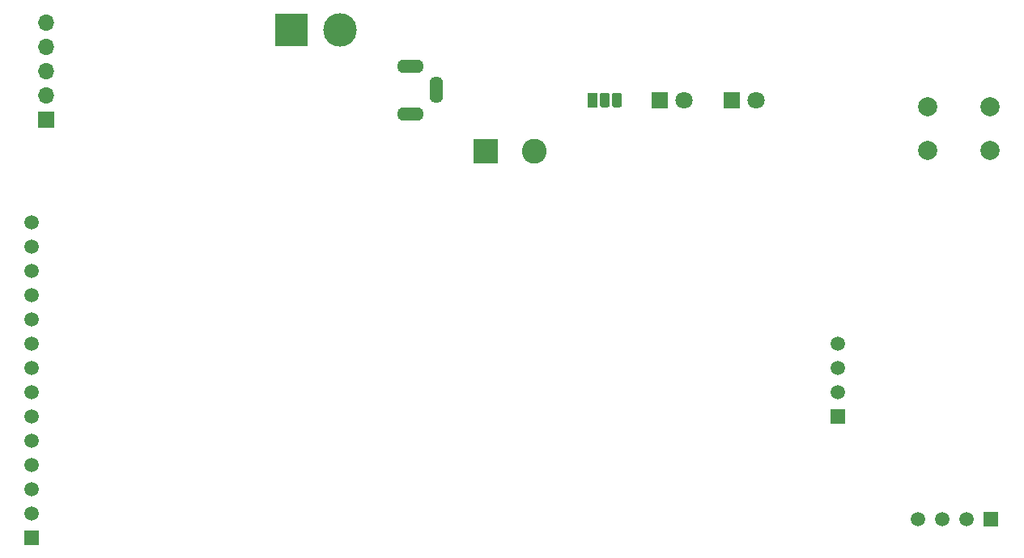
<source format=gbr>
G04 #@! TF.GenerationSoftware,KiCad,Pcbnew,5.1.5+dfsg1-2build2*
G04 #@! TF.CreationDate,2021-09-10T16:14:55+02:00*
G04 #@! TF.ProjectId,cronotempNuevo,63726f6e-6f74-4656-9d70-4e7565766f2e,rev?*
G04 #@! TF.SameCoordinates,Original*
G04 #@! TF.FileFunction,Soldermask,Bot*
G04 #@! TF.FilePolarity,Negative*
%FSLAX46Y46*%
G04 Gerber Fmt 4.6, Leading zero omitted, Abs format (unit mm)*
G04 Created by KiCad (PCBNEW 5.1.5+dfsg1-2build2) date 2021-09-10 16:14:55*
%MOMM*%
%LPD*%
G04 APERTURE LIST*
%ADD10C,1.500000*%
%ADD11R,1.500000X1.500000*%
%ADD12R,1.524000X1.524000*%
%ADD13C,1.800000*%
%ADD14R,1.800000X1.800000*%
%ADD15R,1.700000X1.700000*%
%ADD16O,1.700000X1.700000*%
%ADD17O,2.800000X1.400000*%
%ADD18O,1.400000X2.800000*%
%ADD19C,2.600000*%
%ADD20R,2.600000X2.600000*%
%ADD21C,3.500120*%
%ADD22R,3.500120X3.500120*%
%ADD23C,2.000000*%
%ADD24C,0.100000*%
%ADD25R,1.050000X1.500000*%
G04 APERTURE END LIST*
D10*
X147328000Y-136470000D03*
X147328000Y-139010000D03*
X147328000Y-141550000D03*
D11*
X147300000Y-144090000D03*
D10*
X63000000Y-123770000D03*
X63000000Y-126310000D03*
X63000000Y-128850000D03*
X63000000Y-131390000D03*
X63000000Y-133930000D03*
X63000000Y-136470000D03*
X63000000Y-139010000D03*
X63000000Y-141550000D03*
X63000000Y-144090000D03*
X63000000Y-146630000D03*
X63000000Y-149170000D03*
X63000000Y-151710000D03*
X63000000Y-154250000D03*
D12*
X63000000Y-156790000D03*
D13*
X131240000Y-111000000D03*
D14*
X128700000Y-111000000D03*
D15*
X64516000Y-113030000D03*
D16*
X64516000Y-110490000D03*
X64516000Y-107950000D03*
X64516000Y-105410000D03*
X64516000Y-102870000D03*
D17*
X102616000Y-112442000D03*
X102616000Y-107442000D03*
D18*
X105316000Y-109942000D03*
D19*
X115570000Y-116332000D03*
D20*
X110490000Y-116332000D03*
D21*
X95250000Y-103632000D03*
D22*
X90170000Y-103632000D03*
D13*
X138770000Y-111000000D03*
D14*
X136230000Y-111000000D03*
D23*
X156750000Y-111740000D03*
X156750000Y-116240000D03*
X163250000Y-111740000D03*
X163250000Y-116240000D03*
D11*
X163350000Y-154900000D03*
D10*
X160810000Y-154900000D03*
X158270000Y-154900000D03*
X155730000Y-154900000D03*
D24*
G36*
X123232229Y-110251264D02*
G01*
X123257711Y-110255044D01*
X123282700Y-110261303D01*
X123306954Y-110269982D01*
X123330242Y-110280996D01*
X123352337Y-110294239D01*
X123373028Y-110309585D01*
X123392116Y-110326884D01*
X123409415Y-110345972D01*
X123424761Y-110366663D01*
X123438004Y-110388758D01*
X123449018Y-110412046D01*
X123457697Y-110436300D01*
X123463956Y-110461289D01*
X123467736Y-110486771D01*
X123469000Y-110512500D01*
X123469000Y-111487500D01*
X123467736Y-111513229D01*
X123463956Y-111538711D01*
X123457697Y-111563700D01*
X123449018Y-111587954D01*
X123438004Y-111611242D01*
X123424761Y-111633337D01*
X123409415Y-111654028D01*
X123392116Y-111673116D01*
X123373028Y-111690415D01*
X123352337Y-111705761D01*
X123330242Y-111719004D01*
X123306954Y-111730018D01*
X123282700Y-111738697D01*
X123257711Y-111744956D01*
X123232229Y-111748736D01*
X123206500Y-111750000D01*
X122681500Y-111750000D01*
X122655771Y-111748736D01*
X122630289Y-111744956D01*
X122605300Y-111738697D01*
X122581046Y-111730018D01*
X122557758Y-111719004D01*
X122535663Y-111705761D01*
X122514972Y-111690415D01*
X122495884Y-111673116D01*
X122478585Y-111654028D01*
X122463239Y-111633337D01*
X122449996Y-111611242D01*
X122438982Y-111587954D01*
X122430303Y-111563700D01*
X122424044Y-111538711D01*
X122420264Y-111513229D01*
X122419000Y-111487500D01*
X122419000Y-110512500D01*
X122420264Y-110486771D01*
X122424044Y-110461289D01*
X122430303Y-110436300D01*
X122438982Y-110412046D01*
X122449996Y-110388758D01*
X122463239Y-110366663D01*
X122478585Y-110345972D01*
X122495884Y-110326884D01*
X122514972Y-110309585D01*
X122535663Y-110294239D01*
X122557758Y-110280996D01*
X122581046Y-110269982D01*
X122605300Y-110261303D01*
X122630289Y-110255044D01*
X122655771Y-110251264D01*
X122681500Y-110250000D01*
X123206500Y-110250000D01*
X123232229Y-110251264D01*
G37*
G36*
X124502229Y-110251264D02*
G01*
X124527711Y-110255044D01*
X124552700Y-110261303D01*
X124576954Y-110269982D01*
X124600242Y-110280996D01*
X124622337Y-110294239D01*
X124643028Y-110309585D01*
X124662116Y-110326884D01*
X124679415Y-110345972D01*
X124694761Y-110366663D01*
X124708004Y-110388758D01*
X124719018Y-110412046D01*
X124727697Y-110436300D01*
X124733956Y-110461289D01*
X124737736Y-110486771D01*
X124739000Y-110512500D01*
X124739000Y-111487500D01*
X124737736Y-111513229D01*
X124733956Y-111538711D01*
X124727697Y-111563700D01*
X124719018Y-111587954D01*
X124708004Y-111611242D01*
X124694761Y-111633337D01*
X124679415Y-111654028D01*
X124662116Y-111673116D01*
X124643028Y-111690415D01*
X124622337Y-111705761D01*
X124600242Y-111719004D01*
X124576954Y-111730018D01*
X124552700Y-111738697D01*
X124527711Y-111744956D01*
X124502229Y-111748736D01*
X124476500Y-111750000D01*
X123951500Y-111750000D01*
X123925771Y-111748736D01*
X123900289Y-111744956D01*
X123875300Y-111738697D01*
X123851046Y-111730018D01*
X123827758Y-111719004D01*
X123805663Y-111705761D01*
X123784972Y-111690415D01*
X123765884Y-111673116D01*
X123748585Y-111654028D01*
X123733239Y-111633337D01*
X123719996Y-111611242D01*
X123708982Y-111587954D01*
X123700303Y-111563700D01*
X123694044Y-111538711D01*
X123690264Y-111513229D01*
X123689000Y-111487500D01*
X123689000Y-110512500D01*
X123690264Y-110486771D01*
X123694044Y-110461289D01*
X123700303Y-110436300D01*
X123708982Y-110412046D01*
X123719996Y-110388758D01*
X123733239Y-110366663D01*
X123748585Y-110345972D01*
X123765884Y-110326884D01*
X123784972Y-110309585D01*
X123805663Y-110294239D01*
X123827758Y-110280996D01*
X123851046Y-110269982D01*
X123875300Y-110261303D01*
X123900289Y-110255044D01*
X123925771Y-110251264D01*
X123951500Y-110250000D01*
X124476500Y-110250000D01*
X124502229Y-110251264D01*
G37*
D25*
X121674000Y-111000000D03*
M02*

</source>
